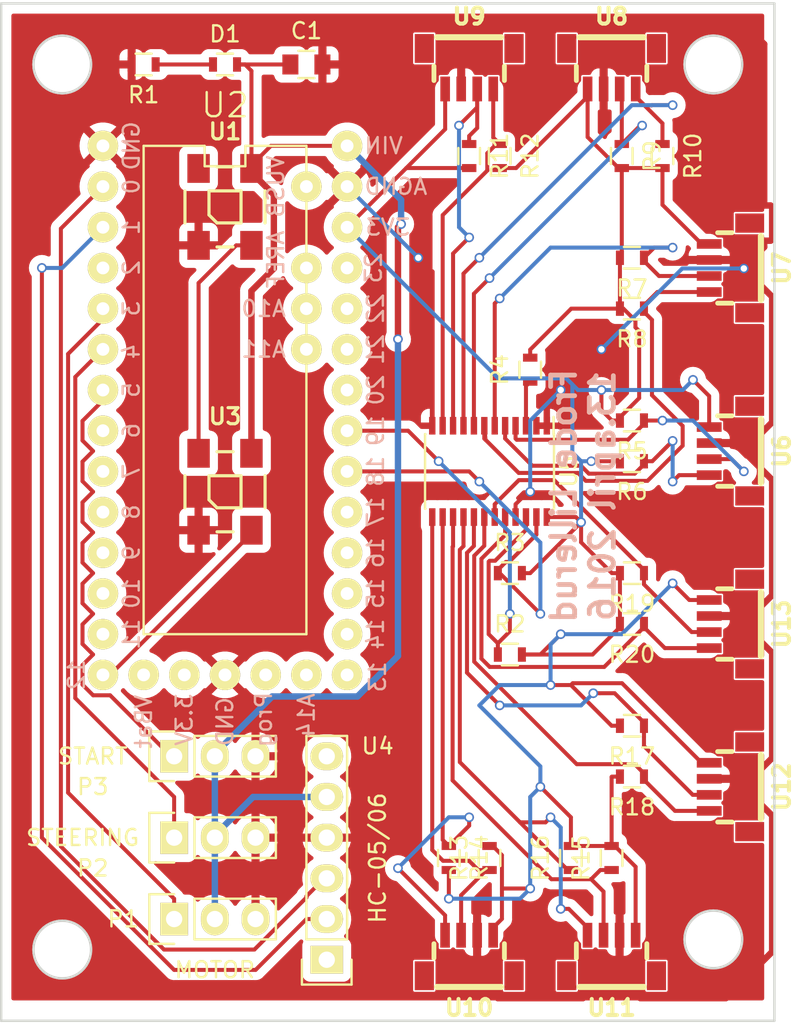
<source format=kicad_pcb>
(kicad_pcb (version 20221018) (generator pcbnew)
  (layers (0 "F.Cu" signal) (31 "B.Cu" signal) (34 "B.Paste" user) (35 "F.Paste" user) (36 "B.SilkS" user "B.Silkscreen") (37 "F.SilkS" user "F.Silkscreen") (38 "B.Mask" user) (39 "F.Mask" user) (44 "Edge.Cuts" user))
  (net 0 "")
  (net 1 "+5V")
  (net 2 "GND")
  (net 3 "Net-(D1-Pad1)")
  (net 4 "MOTOR")
  (net 5 "STEERING")
  (net 6 "STARTMODULE")
  (net 7 "Net-(R2-Pad1)")
  (net 8 "+3V3")
  (net 9 "Net-(R3-Pad1)")
  (net 10 "Net-(R4-Pad1)")
  (net 11 "Net-(R5-Pad1)")
  (net 12 "Net-(R6-Pad1)")
  (net 13 "Net-(R7-Pad1)")
  (net 14 "Net-(R8-Pad1)")
  (net 15 "Net-(R9-Pad1)")
  (net 16 "Net-(R10-Pad1)")
  (net 17 "Net-(R11-Pad1)")
  (net 18 "Net-(R12-Pad1)")
  (net 19 "Net-(R13-Pad1)")
  (net 20 "Net-(R14-Pad1)")
  (net 21 "Net-(R15-Pad1)")
  (net 22 "Net-(R16-Pad1)")
  (net 23 "Net-(R17-Pad1)")
  (net 24 "Net-(R18-Pad1)")
  (net 25 "Net-(R19-Pad1)")
  (net 26 "Net-(R20-Pad1)")
  (net 27 "Net-(U1-Pad4)")
  (net 28 "BT_TX")
  (net 29 "BT_RX")
  (net 30 "RGBLED")
  (footprint "Capacitors_SMD:C_0805" (layer "F.Cu") (at 114.3 88.9)
    (fp_text reference "C1")
    (fp_text value "0.1uF")
  )
  (footprint "Resistors_SMD:R_0603" (layer "F.Cu") (at 109.22 88.9)
    (fp_text reference "D1")
    (fp_text value "POWER")
  )
  (footprint "Pin_Headers:Pin_Header_Straight_1x03" (layer "F.Cu") (at 106.045 142.24 90)
    (fp_text reference "P1")
    (fp_text value "MOTOR")
  )
  (footprint "Pin_Headers:Pin_Header_Straight_1x03" (layer "F.Cu") (at 106.045 137.16 90)
    (fp_text reference "P2")
    (fp_text value "STEERING")
  )
  (footprint "Pin_Headers:Pin_Header_Straight_1x03" (layer "F.Cu") (at 106.045 132.08 90)
    (fp_text reference "P3")
    (fp_text value "START")
  )
  (footprint "Resistors_SMD:R_0603" (layer "F.Cu") (at 104.14 88.9 180)
    (fp_text reference "R1")
    (fp_text value "R")
  )
  (footprint "Resistors_SMD:R_0603" (layer "F.Cu") (at 127 125.73)
    (fp_text reference "R2")
    (fp_text value "2k2")
  )
  (footprint "Resistors_SMD:R_0603" (layer "F.Cu") (at 127 120.65)
    (fp_text reference "R3")
    (fp_text value "2k2")
  )
  (footprint "Resistors_SMD:R_0603" (layer "F.Cu") (at 128.27 107.95 90)
    (fp_text reference "R4")
    (fp_text value "2k2")
  )
  (footprint "Resistors_SMD:R_0603" (layer "F.Cu") (at 134.62 111.125 180)
    (fp_text reference "R5")
    (fp_text value "1k")
  )
  (footprint "Resistors_SMD:R_0603" (layer "F.Cu") (at 134.62 113.665 180)
    (fp_text reference "R6")
    (fp_text value "1k")
  )
  (footprint "Resistors_SMD:R_0603" (layer "F.Cu") (at 134.62 100.965 180)
    (fp_text reference "R7")
    (fp_text value "1k")
  )
  (footprint "Resistors_SMD:R_0603" (layer "F.Cu") (at 134.62 104.14 180)
    (fp_text reference "R8")
    (fp_text value "1k")
  )
  (footprint "Resistors_SMD:R_0603" (layer "F.Cu") (at 133.985 94.615 -90)
    (fp_text reference "R9")
    (fp_text value "1k")
  )
  (footprint "Resistors_SMD:R_0603" (layer "F.Cu") (at 136.525 94.615 -90)
    (fp_text reference "R10")
    (fp_text value "1k")
  )
  (footprint "Resistors_SMD:R_0603" (layer "F.Cu") (at 124.46 94.615 -90)
    (fp_text reference "R11")
    (fp_text value "1k")
  )
  (footprint "Resistors_SMD:R_0603" (layer "F.Cu") (at 126.365 94.615 -90)
    (fp_text reference "R12")
    (fp_text value "1k")
  )
  (footprint "Resistors_SMD:R_0603" (layer "F.Cu") (at 125.73 138.43 90)
    (fp_text reference "R13")
    (fp_text value "1k")
  )
  (footprint "Resistors_SMD:R_0603" (layer "F.Cu") (at 123.19 138.43 -90)
    (fp_text reference "R14")
    (fp_text value "1k")
  )
  (footprint "Resistors_SMD:R_0603" (layer "F.Cu") (at 133.35 138.43 90)
    (fp_text reference "R15")
    (fp_text value "1k")
  )
  (footprint "Resistors_SMD:R_0603" (layer "F.Cu") (at 130.81 138.43 90)
    (fp_text reference "R16")
    (fp_text value "1k")
  )
  (footprint "Resistors_SMD:R_0603" (layer "F.Cu") (at 134.62 130.175 180)
    (fp_text reference "R17")
    (fp_text value "1k")
  )
  (footprint "Resistors_SMD:R_0603" (layer "F.Cu") (at 134.62 133.35 180)
    (fp_text reference "R18")
    (fp_text value "1k")
  )
  (footprint "Resistors_SMD:R_0603" (layer "F.Cu") (at 134.62 120.65 180)
    (fp_text reference "R19")
    (fp_text value "1k")
  )
  (footprint "Resistors_SMD:R_0603" (layer "F.Cu") (at 134.62 123.825 180)
    (fp_text reference "R20")
    (fp_text value "1k")
  )
  (footprint "WS2812B:WS2812B" (layer "F.Cu") (at 109.22 97.79)
    (fp_text reference "U1")
    (fp_text value "WS2812B" hide)
  )
  (footprint "WS2812B:WS2812B" (layer "F.Cu") (at 109.22 115.57)
    (fp_text reference "U3")
    (fp_text value "WS2812B" hide)
  )
  (footprint "Pin_Headers:Pin_Header_Straight_1x06" (layer "F.Cu") (at 115.57 144.78 180)
    (fp_text reference "U4")
    (fp_text value "HC-05/06")
  )
  (footprint "Housings_SSOP:TSSOP-24_4.4x7.8mm_Pitch0.65mm" (layer "F.Cu") (at 125.73 114.3 -90)
    (fp_text reference "U5")
    (fp_text value "TCA9548APWR")
  )
  (footprint "JST-SH:JST-BM-04B-SRSS-TB" (layer "F.Cu") (at 140.97 113.03 -90)
    (fp_text reference "U6")
    (fp_text value "GP2Y0E02B" hide)
  )
  (footprint "JST-SH:JST-BM-04B-SRSS-TB" (layer "F.Cu") (at 140.97 101.6 -90)
    (fp_text reference "U7")
    (fp_text value "GP2Y0E02B" hide)
  )
  (footprint "JST-SH:JST-BM-04B-SRSS-TB" (layer "F.Cu") (at 133.35 88.9)
    (fp_text reference "U8")
    (fp_text value "GP2Y0E02B" hide)
  )
  (footprint "JST-SH:JST-BM-04B-SRSS-TB" (layer "F.Cu") (at 124.46 88.9)
    (fp_text reference "U9")
    (fp_text value "GP2Y0E02B" hide)
  )
  (footprint "JST-SH:JST-BM-04B-SRSS-TB" (layer "F.Cu") (at 124.46 144.78 180)
    (fp_text reference "U10")
    (fp_text value "GP2Y0E02B" hide)
  )
  (footprint "JST-SH:JST-BM-04B-SRSS-TB" (layer "F.Cu") (at 133.35 144.78 180)
    (fp_text reference "U11")
    (fp_text value "GP2Y0E02B" hide)
  )
  (footprint "JST-SH:JST-BM-04B-SRSS-TB" (layer "F.Cu") (at 140.97 133.985 -90)
    (fp_text reference "U12")
    (fp_text value "GP2Y0E02B" hide)
  )
  (footprint "JST-SH:JST-BM-04B-SRSS-TB" (layer "F.Cu") (at 140.97 123.825 -90)
    (fp_text reference "U13")
    (fp_text value "GP2Y0E02B" hide)
  )
  (footprint "NorBotKiCadFootprints:Teensy-3.1_3.2" (layer "F.Cu") (at 101.6 96.52 -90)
    (fp_text reference "U2")
    (fp_text value "Teensy31_32")
  )
  (gr_circle (center 99.06 88.9) (end 100.33 90.17) (stroke (width 0.15)) (fill none) (layer "Edge.Cuts"))
  (gr_circle (center 99.06 144.145) (end 100.33 145.415) (stroke (width 0.15)) (fill none) (layer "Edge.Cuts"))
  (gr_circle (center 139.7 143.51) (end 140.97 144.78) (stroke (width 0.15)) (fill none) (layer "Edge.Cuts"))
  (gr_line (start 143.51 85.09) (end 95.25 85.09) (stroke (width 0.15)) (layer "Edge.Cuts"))
  (gr_line (start 143.51 148.59) (end 143.51 85.09) (stroke (width 0.15)) (layer "Edge.Cuts"))
  (gr_line (start 95.25 85.09) (end 95.25 148.59) (stroke (width 0.15)) (layer "Edge.Cuts"))
  (gr_line (start 95.25 148.59) (end 143.51 148.59) (stroke (width 0.15)) (layer "Edge.Cuts"))
  (gr_circle (center 139.7 88.9) (end 140.97 90.17) (stroke (width 0.15)) (fill none) (layer "Edge.Cuts"))
  (gr_text "Frode Lillerud\n13.april 2016" (at 131.572 115.824 90) (layer "B.SilkS") (effects (font (size 1.5 1.5) (thickness 0.3)) (justify mirror)))
  (segment (start 120.015 99.06) (end 120.210167 98.864833) (width 0.4) (layer "F.Cu") (net 1))
  (segment (start 110.87 103.031998) (end 112.268 101.633998) (width 0.4) (layer "F.Cu") (net 1))
  (segment (start 109.97 88.9) (end 113.3 88.9) (width 0.25) (layer "F.Cu") (net 1))
  (segment (start 110.47 88.9) (end 109.97 88.9) (width 0.25) (layer "F.Cu") (net 1))
  (segment (start 112.08 93.98) (end 110.87 95.19) (width 0.25) (layer "F.Cu") (net 1))
  (segment (start 112.268 101.633998) (end 112.268 97.028) (width 0.4) (layer "F.Cu") (net 1))
  (segment (start 110.87 113.17) (end 110.87 103.031998) (width 0.4) (layer "F.Cu") (net 1))
  (segment (start 110.87 89.3) (end 110.47 88.9) (width 0.25) (layer "F.Cu") (net 1))
  (segment (start 110.87 95.19) (end 110.87 95.39) (width 0.25) (layer "F.Cu") (net 1))
  (segment (start 112.268 97.028) (end 110.87 95.63) (width 0.4) (layer "F.Cu") (net 1))
  (segment (start 110.87 95.39) (end 110.87 89.3) (width 0.25) (layer "F.Cu") (net 1))
  (segment (start 120.015 106.045) (end 120.015 99.06) (width 0.4) (layer "F.Cu") (net 1))
  (segment (start 110.87 95.63) (end 110.87 95.39) (width 0.4) (layer "F.Cu") (net 1))
  (segment (start 116.84 93.98) (end 112.08 93.98) (width 0.25) (layer "F.Cu") (net 1))
  (via (at 120.210167 98.864833) (size 0.6) (drill 0.4) (layers "F.Cu" "B.Cu") (net 1))
  (via (at 120.015 106.045) (size 0.6) (drill 0.4) (layers "F.Cu" "B.Cu") (net 1))
  (segment (start 108.585 137.0076) (end 108.585 137.16) (width 0.4) (layer "B.Cu") (net 1))
  (segment (start 117.488001 128.350001) (end 120.015 125.823002) (width 0.4) (layer "B.Cu") (net 1))
  (segment (start 120.210167 98.440569) (end 120.210167 98.864833) (width 0.4) (layer "B.Cu") (net 1))
  (segment (start 108.585 137.16) (end 108.585 142.24) (width 0.4) (layer "B.Cu") (net 1))
  (segment (start 120.210167 97.350167) (end 120.210167 98.440569) (width 0.4) (layer "B.Cu") (net 1))
  (segment (start 116.84 93.98) (end 120.210167 97.350167) (width 0.4) (layer "B.Cu") (net 1))
  (segment (start 108.585 132.08) (end 108.585 131.9276) (width 0.4) (layer "B.Cu") (net 1))
  (segment (start 112.162599 128.350001) (end 117.488001 128.350001) (width 0.4) (layer "B.Cu") (net 1))
  (segment (start 108.585 131.9276) (end 112.162599 128.350001) (width 0.4) (layer "B.Cu") (net 1))
  (segment (start 120.015 125.823002) (end 120.015 106.045) (width 0.4) (layer "B.Cu") (net 1))
  (segment (start 108.585 137.16) (end 108.585 132.08) (width 0.4) (layer "B.Cu") (net 1))
  (segment (start 110.9726 134.62) (end 108.585 137.0076) (width 0.4) (layer "B.Cu") (net 1))
  (segment (start 115.57 134.62) (end 110.9726 134.62) (width 0.4) (layer "B.Cu") (net 1))
  (segment (start 140.61562 112.53216) (end 139.44092 112.53216) (width 0.4) (layer "F.Cu") (net 2))
  (segment (start 143.371191 114.829639) (end 141.073712 112.53216) (width 0.4) (layer "F.Cu") (net 2))
  (segment (start 124.95784 145.879392) (end 124.95784 144.42562) (width 0.4) (layer "F.Cu") (net 2))
  (segment (start 122.155 111.45) (end 122.155 101.835) (width 0.3) (layer "F.Cu") (net 2))
  (segment (start 141.073712 133.48716) (end 140.61562 133.48716) (width 0.4) (layer "F.Cu") (net 2))
  (segment (start 140.61562 101.10216) (end 139.44092 101.10216) (width 0.4) (layer "F.Cu") (net 2))
  (segment (start 142.069392 101.10216) (end 142.875 100.296552) (width 0.4) (layer "F.Cu") (net 2))
  (segment (start 126.259639 147.181191) (end 124.95784 145.879392) (width 0.4) (layer "F.Cu") (net 2))
  (segment (start 142.069392 133.48716) (end 143.371191 132.185361) (width 0.4) (layer "F.Cu") (net 2))
  (segment (start 133.84784 145.879392) (end 135.149639 147.181191) (width 0.4) (layer "F.Cu") (net 2))
  (segment (start 130.175 109.22) (end 132.715 106.68) (width 0.25) (layer "F.Cu") (net 2))
  (segment (start 141.605 86.36) (end 135.288448 86.36) (width 0.4) (layer "F.Cu") (net 2))
  (segment (start 143.371191 125.624639) (end 141.073712 123.32716) (width 0.4) (layer "F.Cu") (net 2))
  (segment (start 143.371191 132.185361) (end 143.371191 125.624639) (width 0.4) (layer "F.Cu") (net 2))
  (segment (start 129.305 110.09) (end 129.305 111.45) (width 0.25) (layer "F.Cu") (net 2))
  (segment (start 142.069392 112.53216) (end 143.371191 111.230361) (width 0.4) (layer "F.Cu") (net 2))
  (segment (start 124.95784 144.42562) (end 124.95784 143.25092) (width 0.4) (layer "F.Cu") (net 2))
  (segment (start 139.44092 112.53216) (end 142.069392 112.53216) (width 0.4) (layer "F.Cu") (net 2))
  (segment (start 142.875 87.63) (end 141.605 86.36) (width 0.4) (layer "F.Cu") (net 2))
  (segment (start 142.875 100.296552) (end 142.875 99.900361) (width 0.4) (layer "F.Cu") (net 2))
  (segment (start 139.44092 101.10216) (end 142.069392 101.10216) (width 0.4) (layer "F.Cu") (net 2))
  (segment (start 131.550361 147.181191) (end 126.259639 147.181191) (width 0.4) (layer "F.Cu") (net 2))
  (segment (start 141.073712 123.32716) (end 140.61562 123.32716) (width 0.4) (layer "F.Cu") (net 2))
  (segment (start 140.61562 123.32716) (end 139.44092 123.32716) (width 0.4) (layer "F.Cu") (net 2))
  (segment (start 143.371191 144.283809) (end 143.371191 135.784639) (width 0.4) (layer "F.Cu") (net 2))
  (segment (start 135.149639 147.181191) (end 140.473809 147.181191) (width 0.4) (layer "F.Cu") (net 2))
  (segment (start 135.288448 86.36) (end 132.85216 88.796288) (width 0.4) (layer "F.Cu") (net 2))
  (segment (start 139.44092 123.32716) (end 142.069392 123.32716) (width 0.4) (layer "F.Cu") (net 2))
  (segment (start 143.371191 122.025361) (end 143.371191 114.829639) (width 0.4) (layer "F.Cu") (net 2))
  (segment (start 143.371191 99.800361) (end 143.371191 97.801479) (width 0.4) (layer "F.Cu") (net 2))
  (segment (start 133.84784 144.883712) (end 131.550361 147.181191) (width 0.4) (layer "F.Cu") (net 2))
  (segment (start 127.355 117.15) (end 127.355 116.35) (width 0.25) (layer "F.Cu") (net 2))
  (segment (start 133.84784 143.25092) (end 133.84784 145.879392) (width 0.4) (layer "F.Cu") (net 2))
  (segment (start 143.371191 97.801479) (end 143.271191 97.701479) (width 0.4) (layer "F.Cu") (net 2))
  (segment (start 142.069392 123.32716) (end 143.371191 122.025361) (width 0.4) (layer "F.Cu") (net 2))
  (segment (start 122.155 101.835) (end 121.285 100.965) (width 0.25) (layer "F.Cu") (net 2))
  (segment (start 141.605 101.633448) (end 141.073712 101.10216) (width 0.4) (layer "F.Cu") (net 2))
  (segment (start 140.473809 147.181191) (end 143.371191 144.283809) (width 0.4) (layer "F.Cu") (net 2))
  (segment (start 141.073712 112.53216) (end 140.61562 112.53216) (width 0.4) (layer "F.Cu") (net 2))
  (segment (start 143.371191 111.230361) (end 143.371191 103.399639) (width 0.4) (layer "F.Cu") (net 2))
  (segment (start 141.073712 101.10216) (end 140.61562 101.10216) (width 0.4) (layer "F.Cu") (net 2))
  (segment (start 142.875 99.900361) (end 143.271191 99.900361) (width 0.4) (layer "F.Cu") (net 2))
  (segment (start 143.271191 97.701479) (end 142.875 97.701479) (width 0.4) (layer "F.Cu") (net 2))
  (segment (start 132.85216 88.796288) (end 132.85216 89.25438) (width 0.4) (layer "F.Cu") (net 2))
  (segment (start 132.85216 89.25438) (end 132.85216 90.42908) (width 0.4) (layer "F.Cu") (net 2))
  (segment (start 129.305 111.45) (end 128.705001 111.45) (width 0.4) (layer "F.Cu") (net 2))
  (segment (start 143.271191 99.900361) (end 143.371191 99.800361) (width 0.4) (layer "F.Cu") (net 2))
  (segment (start 133.84784 143.25092) (end 133.84784 144.883712) (width 0.4) (layer "F.Cu") (net 2))
  (segment (start 130.175 109.22) (end 129.305 110.09) (width 0.25) (layer "F.Cu") (net 2))
  (segment (start 143.371191 103.399639) (end 141.605 101.633448) (width 0.4) (layer "F.Cu") (net 2))
  (segment (start 142.875 97.701479) (end 142.875 87.63) (width 0.4) (layer "F.Cu") (net 2))
  (segment (start 143.371191 135.784639) (end 141.073712 133.48716) (width 0.4) (layer "F.Cu") (net 2))
  (segment (start 139.44092 133.48716) (end 142.069392 133.48716) (width 0.4) (layer "F.Cu") (net 2))
  (segment (start 140.61562 133.48716) (end 139.44092 133.48716) (width 0.4) (layer "F.Cu") (net 2))
  (segment (start 127.355 116.35) (end 128.135 115.57) (width 0.25) (layer "F.Cu") (net 2))
  (segment (start 128.135 115.57) (end 128.27 115.57) (width 0.25) (layer "F.Cu") (net 2))
  (via (at 130.175 109.22) (size 0.6) (drill 0.4) (layers "F.Cu" "B.Cu") (net 2))
  (via (at 121.285 100.965) (size 0.6) (drill 0.4) (layers "F.Cu" "B.Cu") (net 2))
  (via (at 132.715 106.68) (size 0.6) (drill 0.4) (layers "F.Cu" "B.Cu") (net 2))
  (via (at 128.27 115.57) (size 0.6) (drill 0.4) (layers "F.Cu" "B.Cu") (net 2))
  (via (at 141.605 101.633448) (size 0.6) (drill 0.4) (layers "F.Cu" "B.Cu") (net 2))
  (segment (start 128.27 111.125) (end 130.175 109.22) (width 0.25) (layer "B.Cu") (net 2))
  (segment (start 128.27 115.57) (end 128.27 111.125) (width 0.25) (layer "B.Cu") (net 2))
  (segment (start 121.285 100.965) (end 116.84 96.52) (width 0.25) (layer "B.Cu") (net 2))
  (segment (start 137.761552 101.633448) (end 141.605 101.633448) (width 0.25) (layer "B.Cu") (net 2))
  (segment (start 132.715 106.68) (end 137.761552 101.633448) (width 0.25) (layer "B.Cu") (net 2))
  (segment (start 104.89 88.9) (end 108.47 88.9) (width 0.25) (layer "F.Cu") (net 3))
  (segment (start 106.045 142.24) (end 106.045 142.0876) (width 0.25) (layer "F.Cu") (net 4))
  (segment (start 101.6 104.792998) (end 101.6 104.14) (width 0.25) (layer "F.Cu") (net 4))
  (segment (start 106.045 140.974) (end 99.424978 134.353977) (width 0.25) (layer "F.Cu") (net 4))
  (segment (start 99.42498 106.968018) (end 101.6 104.792998) (width 0.25) (layer "F.Cu") (net 4))
  (segment (start 99.424978 134.353977) (end 99.42498 106.968018) (width 0.25) (layer "F.Cu") (net 4))
  (segment (start 106.045 142.24) (end 106.045 140.974) (width 0.25) (layer "F.Cu") (net 4))
  (segment (start 99.874988 128.448576) (end 99.874988 108.405012) (width 0.25) (layer "F.Cu") (net 5))
  (segment (start 101.6 107.332998) (end 101.6 106.68) (width 0.25) (layer "F.Cu") (net 5))
  (segment (start 100.650001 107.629999) (end 101.6 106.68) (width 0.25) (layer "F.Cu") (net 5))
  (segment (start 106.045 137.16) (end 106.045 134.618588) (width 0.25) (layer "F.Cu") (net 5))
  (segment (start 99.874988 108.405012) (end 100.650001 107.629999) (width 0.25) (layer "F.Cu") (net 5))
  (segment (start 106.045 134.618588) (end 99.874988 128.448576) (width 0.25) (layer "F.Cu") (net 5))
  (segment (start 100.982998 125.73) (end 100.324999 125.072001) (width 0.25) (layer "F.Cu") (net 6))
  (segment (start 100.982998 115.57) (end 100.324999 114.912001) (width 0.25) (layer "F.Cu") (net 6))
  (segment (start 100.324999 121.307999) (end 100.982998 120.65) (width 0.25) (layer "F.Cu") (net 6))
  (segment (start 100.324999 125.072001) (end 100.324999 123.847999) (width 0.25) (layer "F.Cu") (net 6))
  (segment (start 100.324999 118.767999) (end 100.982998 118.11) (width 0.25) (layer "F.Cu") (net 6))
  (segment (start 100.324999 127.612001) (end 100.324999 126.387999) (width 0.25) (layer "F.Cu") (net 6))
  (segment (start 105.85501 132.08) (end 102.050011 128.275001) (width 0.25) (layer "F.Cu") (net 6))
  (segment (start 100.324999 117.452001) (end 100.324999 116.227999) (width 0.25) (layer "F.Cu") (net 6))
  (segment (start 100.987999 128.275001) (end 100.324999 127.612001) (width 0.25) (layer "F.Cu") (net 6))
  (segment (start 102.050011 128.275001) (end 100.987999 128.275001) (width 0.25) (layer "F.Cu") (net 6))
  (segment (start 101.6 109.872998) (end 101.6 109.22) (width 0.25) (layer "F.Cu") (net 6))
  (segment (start 100.324999 112.372001) (end 100.324999 111.147999) (width 0.25) (layer "F.Cu") (net 6))
  (segment (start 100.324999 111.147999) (end 101.6 109.872998) (width 0.25) (layer "F.Cu") (net 6))
  (segment (start 100.324999 116.227999) (end 100.982998 115.57) (width 0.25) (layer "F.Cu") (net 6))
  (segment (start 100.324999 114.912001) (end 100.324999 113.687999) (width 0.25) (layer "F.Cu") (net 6))
  (segment (start 100.982998 123.19) (end 100.324999 122.532001) (width 0.25) (layer "F.Cu") (net 6))
  (segment (start 100.324999 119.992001) (end 100.324999 118.767999) (width 0.25) (layer "F.Cu") (net 6))
  (segment (start 100.324999 113.687999) (end 100.982998 113.03) (width 0.25) (layer "F.Cu") (net 6))
  (segment (start 100.324999 122.532001) (end 100.324999 121.307999) (width 0.25) (layer "F.Cu") (net 6))
  (segment (start 106.045 132.08) (end 105.85501 132.08) (width 0.25) (layer "F.Cu") (net 6))
  (segment (start 100.324999 126.387999) (end 100.982998 125.73) (width 0.25) (layer "F.Cu") (net 6))
  (segment (start 100.982998 118.11) (end 100.324999 117.452001) (width 0.25) (layer "F.Cu") (net 6))
  (segment (start 100.982998 120.65) (end 100.324999 119.992001) (width 0.25) (layer "F.Cu") (net 6))
  (segment (start 100.982998 113.03) (end 100.324999 112.372001) (width 0.25) (layer "F.Cu") (net 6))
  (segment (start 100.324999 123.847999) (end 100.982998 123.19) (width 0.25) (layer "F.Cu") (net 6))
  (segment (start 125.674999 124.454999) (end 126.25 125.03) (width 0.25) (layer "F.Cu") (net 7))
  (segment (start 126.25 125.03) (end 126.25 125.73) (width 0.25) (layer "F.Cu") (net 7))
  (segment (start 127 124.28) (end 126.25 125.03) (width 0.25) (layer "F.Cu") (net 7))
  (segment (start 125.739999 119.874999) (end 125.674999 119.939999) (width 0.25) (layer "F.Cu") (net 7))
  (segment (start 125.674999 119.939999) (end 125.674999 124.454999) (width 0.25) (layer "F.Cu") (net 7))
  (segment (start 126.080001 119.874999) (end 125.739999 119.874999) (width 0.25) (layer "F.Cu") (net 7))
  (segment (start 120.65 111.76) (end 122.555 113.665) (width 0.25) (layer "F.Cu") (net 7))
  (segment (start 116.84 111.76) (end 120.65 111.76) (width 0.25) (layer "F.Cu") (net 7))
  (segment (start 127 123.19) (end 127 124.28) (width 0.25) (layer "F.Cu") (net 7))
  (segment (start 128.005 117.95) (end 126.080001 119.874999) (width 0.25) (layer "F.Cu") (net 7))
  (segment (start 128.005 117.15) (end 128.005 117.95) (width 0.25) (layer "F.Cu") (net 7))
  (via (at 122.555 113.665) (size 0.6) (drill 0.4) (layers "F.Cu" "B.Cu") (net 7))
  (via (at 127 123.19) (size 0.6) (drill 0.4) (layers "F.Cu" "B.Cu") (net 7))
  (segment (start 122.555 113.665) (end 127 118.11) (width 0.25) (layer "B.Cu") (net 7))
  (segment (start 127 118.11) (end 127 123.19) (width 0.25) (layer "B.Cu") (net 7))
  (segment (start 133.785 95.365) (end 133.985 95.365) (width 0.25) (layer "F.Cu") (net 8))
  (segment (start 136.525 97.66046) (end 138.96594 100.1014) (width 0.25) (layer "F.Cu") (net 8))
  (segment (start 127.39046 95.365) (end 131.8514 90.90406) (width 0.25) (layer "F.Cu") (net 8))
  (segment (start 128.27 120.65) (end 131.445 117.475) (width 0.25) (layer "F.Cu") (net 8))
  (segment (start 122.9614 90.42908) (end 122.9614 92.9386) (width 0.25) (layer "F.Cu") (net 8))
  (segment (start 131.12 117.15) (end 131.445 117.475) (width 0.25) (layer "F.Cu") (net 8))
  (segment (start 130.81 137.68) (end 130.81 135.89) (width 0.25) (layer "F.Cu") (net 8))
  (segment (start 128.27 140.335) (end 126.505001 140.335) (width 0.25) (layer "F.Cu") (net 8))
  (segment (start 127.75 120.65) (end 128.27 120.65) (width 0.25) (layer "F.Cu") (net 8))
  (segment (start 133.87 113.665) (end 132.08 113.665) (width 0.25) (layer "F.Cu") (net 8))
  (segment (start 126.365 95.365) (end 127.39046 95.365) (width 0.25) (layer "F.Cu") (net 8))
  (segment (start 131.445 117.475) (end 131.445 118.725) (width 0.25) (layer "F.Cu") (net 8))
  (segment (start 130.175 124.46) (end 128.905 125.73) (width 0.25) (layer "F.Cu") (net 8))
  (segment (start 134.000083 127.520543) (end 130.924457 127.520543) (width 0.25) (layer "F.Cu") (net 8))
  (segment (start 134.838205 104.893207) (end 134.838205 105.308205) (width 0.25) (layer "F.Cu") (net 8))
  (segment (start 133.87 104.14) (end 134.084998 104.14) (width 0.25) (layer "F.Cu") (net 8))
  (segment (start 130.81 127.635) (end 133.35 130.175) (width 0.25) (layer "F.Cu") (net 8))
  (segment (start 133.55 137.68) (end 133.35 137.68) (width 0.25) (layer "F.Cu") (net 8))
  (segment (start 133.87 110.925) (end 133.87 111.125) (width 0.25) (layer "F.Cu") (net 8))
  (segment (start 133.985 95.365) (end 133.985 100.85) (width 0.25) (layer "F.Cu") (net 8))
  (segment (start 134.838205 105.308205) (end 135.070011 105.540011) (width 0.25) (layer "F.Cu") (net 8))
  (segment (start 131.8514 90.42908) (end 131.8514 93.4314) (width 0.25) (layer "F.Cu") (net 8))
  (segment (start 127.75 125.73) (end 132.165 125.73) (width 0.25) (layer "F.Cu") (net 8))
  (segment (start 139.44092 132.4864) (end 138.96594 132.4864) (width 0.25) (layer "F.Cu") (net 8))
  (segment (start 134.084998 104.14) (end 134.838205 104.893207) (width 0.25) (layer "F.Cu") (net 8))
  (segment (start 134.8486 143.25092) (end 134.8486 138.9786) (width 0.25) (layer "F.Cu") (net 8))
  (segment (start 130.81 127.635) (end 129.54 127.635) (width 0.25) (layer "F.Cu") (net 8))
  (segment (start 129.305 117.15) (end 131.12 117.15) (width 0.25) (layer "F.Cu") (net 8))
  (segment (start 132.715 109.22) (end 132.715 110.47) (width 0.25) (layer "F.Cu") (net 8))
  (segment (start 133.35 137.68) (end 130.81 137.68) (width 0.25) (layer "F.Cu") (net 8))
  (segment (start 133.87 100.965) (end 133.87 104.14) (width 0.25) (layer "F.Cu") (net 8))
  (segment (start 131.8514 93.4314) (end 133.785 95.365) (width 0.25) (layer "F.Cu") (net 8))
  (segment (start 123.19 139.18) (end 123.19 140.97) (width 0.25) (layer "F.Cu") (net 8))
  (segment (start 139.44092 122.3264) (end 138.2014 122.3264) (width 0.25) (layer "F.Cu") (net 8))
  (segment (start 133.985 100.85) (end 133.87 100.965) (width 0.25) (layer "F.Cu") (net 8))
  (segment (start 132.715 110.47) (end 133.37 111.125) (width 0.25) (layer "F.Cu") (net 8))
  (segment (start 133.37 120.65) (end 133.87 120.65) (width 0.25) (layer "F.Cu") (net 8))
  (segment (start 133.87 124.025) (end 133.87 123.825) (width 0.25) (layer "F.Cu") (net 8))
  (segment (start 126.505001 142.229539) (end 126.505001 140.335) (width 0.25) (layer "F.Cu") (net 8))
  (segment (start 128.27 106.7) (end 128.27 107.2) (width 0.25) (layer "F.Cu") (net 8))
  (segment (start 128.905 125.73) (end 127.75 125.73) (width 0.25) (layer "F.Cu") (net 8))
  (segment (start 130.924457 127.520543) (end 130.81 127.635) (width 0.25) (layer "F.Cu") (net 8))
  (segment (start 133.35 130.175) (end 133.87 130.175) (width 0.25) (layer "F.Cu") (net 8))
  (segment (start 139.44092 109.59592) (end 138.43 108.585) (width 0.25) (layer "F.Cu") (net 8))
  (segment (start 120.535 95.365) (end 116.84 99.06) (width 0.25) (layer "F.Cu") (net 8))
  (segment (start 135.070011 105.540011) (end 135.070011 109.724989) (width 0.25) (layer "F.Cu") (net 8))
  (segment (start 131.8514 90.90406) (end 131.8514 90.42908) (width 0.25) (layer "F.Cu") (net 8))
  (segment (start 135.070011 109.724989) (end 133.87 110.925) (width 0.25) (layer "F.Cu") (net 8))
  (segment (start 126.505001 140.335) (end 126.505001 138.255001) (width 0.25) (layer "F.Cu") (net 8))
  (segment (start 130.81 135.89) (end 128.905 133.985) (width 0.25) (layer "F.Cu") (net 8))
  (segment (start 138.96594 132.4864) (end 134.000083 127.520543) (width 0.25) (layer "F.Cu") (net 8))
  (segment (start 133.37 111.125) (end 133.87 111.125) (width 0.25) (layer "F.Cu") (net 8))
  (segment (start 122.9614 92.9386) (end 120.535 95.365) (width 0.25) (layer "F.Cu") (net 8))
  (segment (start 133.985 95.365) (end 136.525 95.365) (width 0.25) (layer "F.Cu") (net 8))
  (segment (start 133.37 133.35) (end 133.87 133.35) (width 0.25) (layer "F.Cu") (net 8))
  (segment (start 131.445 118.725) (end 133.37 120.65) (width 0.25) (layer "F.Cu") (net 8))
  (segment (start 132.165 125.73) (end 133.87 124.025) (width 0.25) (layer "F.Cu") (net 8))
  (segment (start 125.9586 143.25092) (end 125.9586 142.77594) (width 0.25) (layer "F.Cu") (net 8))
  (segment (start 130.83 104.14) (end 128.27 106.7) (width 0.25) (layer "F.Cu") (net 8))
  (segment (start 133.35 137.68) (end 133.35 133.37) (width 0.25) (layer "F.Cu") (net 8))
  (segment (start 136.525 95.365) (end 136.525 97.66046) (width 0.25) (layer "F.Cu") (net 8))
  (segment (start 138.2014 122.3264) (end 137.16 121.285) (width 0.25) (layer "F.Cu") (net 8))
  (segment (start 126.505001 138.255001) (end 125.93 137.68) (width 0.25) (layer "F.Cu") (net 8))
  (segment (start 139.44092 111.5314) (end 139.44092 109.59592) (width 0.25) (layer "F.Cu") (net 8))
  (segment (start 124.46 95.365) (end 120.535 95.365) (width 0.25) (layer "F.Cu") (net 8))
  (segment (start 133.35 133.37) (end 133.37 133.35) (width 0.25) (layer "F.Cu") (net 8))
  (segment (start 138.96594 100.1014) (end 139.44092 100.1014) (width 0.25) (layer "F.Cu") (net 8))
  (segment (start 133.87 123.825) (end 133.87 120.65) (width 0.25) (layer "F.Cu") (net 8))
  (segment (start 125.93 137.68) (end 125.73 137.68) (width 0.25) (layer "F.Cu") (net 8))
  (segment (start 133.87 104.14) (end 130.83 104.14) (width 0.25) (layer "F.Cu") (net 8))
  (segment (start 125.9586 142.77594) (end 126.505001 142.229539) (width 0.25) (layer "F.Cu") (net 8))
  (segment (start 134.8486 138.9786) (end 133.55 137.68) (width 0.25) (layer "F.Cu") (net 8))
  (via (at 128.905 133.985) (size 0.6) (drill 0.4) (layers "F.Cu" "B.Cu") (net 8))
  (via (at 123.19 140.97) (size 0.6) (drill 0.4) (layers "F.Cu" "B.Cu") (net 8))
  (via (at 132.08 113.665) (size 0.6) (drill 0.4) (layers "F.Cu" "B.Cu") (net 8))
  (via (at 132.715 109.22) (size 0.6) (drill 0.4) (layers "F.Cu" "B.Cu") (net 8))
  (via (at 137.16 121.285) (size 0.6) (drill 0.4) (layers "F.Cu" "B.Cu") (net 8))
  (via (at 129.54 127.635) (size 0.6) (drill 0.4) (layers "F.Cu" "B.Cu") (net 8))
  (via (at 131.445 117.475) (size 0.6) (drill 0.4) (layers "F.Cu" "B.Cu") (net 8))
  (via (at 130.175 124.46) (size 0.6) (drill 0.4) (layers "F.Cu" "B.Cu") (net 8))
  (via (at 138.43 108.585) (size 0.6) (drill 0.4) (layers "F.Cu" "B.Cu") (net 8))
  (via (at 128.27 140.335) (size 0.6) (drill 0.4) (layers "F.Cu" "B.Cu") (net 8))
  (segment (start 117.789999 100.009999) (end 116.84 99.06) (width 0.25) (layer "B.Cu") (net 8))
  (segment (start 126.274998 108.494998) (end 117.789999 100.009999) (width 0.25) (layer "B.Cu") (net 8))
  (segment (start 130.900002 113.120002) (end 130.900002 108.871998) (width 0.25) (layer "B.Cu") (net 8))
  (segment (start 123.19 140.97) (end 127.635 140.97) (width 0.25) (layer "B.Cu") (net 8))
  (segment (start 132.715 109.22) (end 131.248004 109.22) (width 0.25) (layer "B.Cu") (net 8))
  (segment (start 128.905 133.985) (end 128.27 134.62) (width 0.25) (layer "B.Cu") (net 8))
  (segment (start 133.985 124.46) (end 130.175 124.46) (width 0.25) (layer "B.Cu") (net 8))
  (segment (start 130.523002 108.494998) (end 126.274998 108.494998) (width 0.25) (layer "B.Cu") (net 8))
  (segment (start 130.900002 108.871998) (end 130.523002 108.494998) (width 0.25) (layer "B.Cu") (net 8))
  (segment (start 131.248004 109.22) (end 130.523002 108.494998) (width 0.25) (layer "B.Cu") (net 8))
  (segment (start 132.08 113.665) (end 131.445 113.665) (width 0.25) (layer "B.Cu") (net 8))
  (segment (start 137.795 109.22) (end 132.715 109.22) (width 0.25) (layer "B.Cu") (net 8))
  (segment (start 128.905 133.985) (end 128.905 132.715) (width 0.25) (layer "B.Cu") (net 8))
  (segment (start 138.43 108.585) (end 137.795 109.22) (width 0.25) (layer "B.Cu") (net 8))
  (segment (start 126.365 127.635) (end 129.54 127.635) (width 0.25) (layer "B.Cu") (net 8))
  (segment (start 129.54 127.635) (end 129.54 125.095) (width 0.25) (layer "B.Cu") (net 8))
  (segment (start 127.635 140.97) (end 128.27 140.335) (width 0.25) (layer "B.Cu") (net 8))
  (segment (start 125.095 128.905) (end 126.365 127.635) (width 0.25) (layer "B.Cu") (net 8))
  (segment (start 131.445 117.475) (end 131.445 113.665) (width 0.25) (layer "B.Cu") (net 8))
  (segment (start 137.16 121.285) (end 133.985 124.46) (width 0.25) (layer "B.Cu") (net 8))
  (segment (start 131.445 113.665) (end 130.900002 113.120002) (width 0.25) (layer "B.Cu") (net 8))
  (segment (start 128.905 132.715) (end 125.095 128.905) (width 0.25) (layer "B.Cu") (net 8))
  (segment (start 129.54 125.095) (end 130.175 124.46) (width 0.25) (layer "B.Cu") (net 8))
  (segment (start 128.27 134.62) (end 128.27 140.335) (width 0.25) (layer "B.Cu") (net 8))
  (segment (start 128.905 123.19) (end 126.365 120.65) (width 0.25) (layer "F.Cu") (net 9))
  (segment (start 128.655 118.245) (end 126.95 119.95) (width 0.25) (layer "F.Cu") (net 9))
  (segment (start 124.46 114.3) (end 125.095 114.935) (width 0.25) (layer "F.Cu") (net 9))
  (segment (start 116.84 114.3) (end 124.46 114.3) (width 0.25) (layer "F.Cu") (net 9))
  (segment (start 128.655 117.15) (end 128.655 118.245) (width 0.25) (layer "F.Cu") (net 9))
  (segment (start 126.75 119.95) (end 126.25 120.45) (width 0.25) (layer "F.Cu") (net 9))
  (segment (start 126.25 120.45) (end 126.25 120.65) (width 0.25) (layer "F.Cu") (net 9))
  (segment (start 126.95 119.95) (end 126.75 119.95) (width 0.25) (layer "F.Cu") (net 9))
  (segment (start 126.365 120.65) (end 126.25 120.65) (width 0.25) (layer "F.Cu") (net 9))
  (via (at 128.905 123.19) (size 0.6) (drill 0.4) (layers "F.Cu" "B.Cu") (net 9))
  (via (at 125.095 114.935) (size 0.6) (drill 0.4) (layers "F.Cu" "B.Cu") (net 9))
  (segment (start 125.095 114.935) (end 128.905 118.745) (width 0.25) (layer "B.Cu") (net 9))
  (segment (start 128.905 118.745) (end 128.905 123.19) (width 0.25) (layer "B.Cu") (net 9))
  (segment (start 128.005 111.45) (end 128.005 108.965) (width 0.25) (layer "F.Cu") (net 10))
  (segment (start 128.005 108.965) (end 128.27 108.7) (width 0.25) (layer "F.Cu") (net 10))
  (segment (start 136.525 111.125) (end 135.37 111.125) (width 0.25) (layer "F.Cu") (net 11))
  (segment (start 127.355 112.25) (end 127.430001 112.325001) (width 0.25) (layer "F.Cu") (net 11))
  (segment (start 127.430001 112.325001) (end 134.369999 112.325001) (width 0.25) (layer "F.Cu") (net 11))
  (segment (start 134.369999 112.325001) (end 135.37 111.325) (width 0.25) (layer "F.Cu") (net 11))
  (segment (start 135.37 111.325) (end 135.37 111.125) (width 0.25) (layer "F.Cu") (net 11))
  (segment (start 127.355 111.45) (end 127.355 112.25) (width 0.25) (layer "F.Cu") (net 11))
  (segment (start 139.44092 113.53292) (end 140.83792 113.53292) (width 0.25) (layer "F.Cu") (net 11))
  (segment (start 140.83792 113.53292) (end 141.305001 114.000001) (width 0.25) (layer "F.Cu") (net 11))
  (segment (start 141.305001 114.000001) (end 141.605 114.3) (width 0.25) (layer "F.Cu") (net 11))
  (via (at 141.605 114.3) (size 0.6) (drill 0.4) (layers "F.Cu" "B.Cu") (net 11))
  (via (at 136.525 111.125) (size 0.6) (drill 0.4) (layers "F.Cu" "B.Cu") (net 11))
  (segment (start 136.525 111.125) (end 138.43 111.125) (width 0.25) (layer "B.Cu") (net 11))
  (segment (start 141.305001 114.000001) (end 141.605 114.3) (width 0.25) (layer "B.Cu") (net 11))
  (segment (start 138.43 111.125) (end 141.305001 114.000001) (width 0.25) (layer "B.Cu") (net 11))
  (segment (start 135.89 113.665) (end 136.860001 112.694999) (width 0.25) (layer "F.Cu") (net 12))
  (segment (start 135.37 113.865) (end 135.37 113.665) (width 0.25) (layer "F.Cu") (net 12))
  (segment (start 137.159982 112.395018) (end 137.159982 112.395) (width 0.25) (layer "F.Cu") (net 12))
  (segment (start 126.705 111.45) (end 126.705 112.25) (width 0.25) (layer "F.Cu") (net 12))
  (segment (start 137.56132 114.53368) (end 137.16 114.935) (width 0.25) (layer "F.Cu") (net 12))
  (segment (start 128.399976 113.944976) (end 131.434974 113.944976) (width 0.25) (layer "F.Cu") (net 12))
  (segment (start 136.41 113.145) (end 136.860001 112.694999) (width 0.25) (layer "F.Cu") (net 12))
  (segment (start 131.929999 114.440001) (end 134.794999 114.440001) (width 0.25) (layer "F.Cu") (net 12))
  (segment (start 136.860001 112.694999) (end 137.159982 112.395018) (width 0.25) (layer "F.Cu") (net 12))
  (segment (start 135.37 113.665) (end 135.89 113.665) (width 0.25) (layer "F.Cu") (net 12))
  (segment (start 131.434974 113.944976) (end 131.929999 114.440001) (width 0.25) (layer "F.Cu") (net 12))
  (segment (start 126.705 112.25) (end 128.399976 113.944976) (width 0.25) (layer "F.Cu") (net 12))
  (segment (start 134.794999 114.440001) (end 135.37 113.865) (width 0.25) (layer "F.Cu") (net 12))
  (segment (start 139.44092 114.53368) (end 137.56132 114.53368) (width 0.25) (layer "F.Cu") (net 12))
  (via (at 137.16 114.935) (size 0.6) (drill 0.4) (layers "F.Cu" "B.Cu") (net 12))
  (via (at 137.159982 112.395) (size 0.6) (drill 0.4) (layers "F.Cu" "B.Cu") (net 12))
  (segment (start 137.16 114.935) (end 137.16 112.395018) (width 0.25) (layer "B.Cu") (net 12))
  (segment (start 137.16 112.395018) (end 137.159982 112.395) (width 0.25) (layer "B.Cu") (net 12))
  (segment (start 135.37 101.165) (end 135.37 100.965) (width 0.25) (layer "F.Cu") (net 13))
  (segment (start 139.44092 102.10292) (end 136.30792 102.10292) (width 0.25) (layer "F.Cu") (net 13))
  (segment (start 137.16 100.33) (end 136.005 100.33) (width 0.25) (layer "F.Cu") (net 13))
  (segment (start 136.005 100.33) (end 135.37 100.965) (width 0.25) (layer "F.Cu") (net 13))
  (segment (start 136.30792 102.10292) (end 135.37 101.165) (width 0.25) (layer "F.Cu") (net 13))
  (segment (start 126.055 103.815) (end 126.365 103.505) (width 0.25) (layer "F.Cu") (net 13))
  (segment (start 126.055 111.45) (end 126.055 103.815) (width 0.25) (layer "F.Cu") (net 13))
  (via (at 137.16 100.33) (size 0.6) (drill 0.4) (layers "F.Cu" "B.Cu") (net 13))
  (via (at 126.365 103.505) (size 0.6) (drill 0.4) (layers "F.Cu" "B.Cu") (net 13))
  (segment (start 126.365 103.505) (end 129.54 100.33) (width 0.25) (layer "B.Cu") (net 13))
  (segment (start 129.54 100.33) (end 137.16 100.33) (width 0.25) (layer "B.Cu") (net 13))
  (segment (start 131.248574 114.394987) (end 131.743599 114.890012) (width 0.25) (layer "F.Cu") (net 14))
  (segment (start 135.87 109.544998) (end 135.87 104.84) (width 0.25) (layer "F.Cu") (net 14))
  (segment (start 127.549987 114.394987) (end 131.248574 114.394987) (width 0.25) (layer "F.Cu") (net 14))
  (segment (start 139.44092 103.10368) (end 136.20632 103.10368) (width 0.25) (layer "F.Cu") (net 14))
  (segment (start 135.37 103.94) (end 135.37 104.14) (width 0.25) (layer "F.Cu") (net 14))
  (segment (start 125.480001 112.325001) (end 125.405 111.45) (width 0.25) (layer "F.Cu") (net 14))
  (segment (start 137.78502 111.460018) (end 135.87 109.544998) (width 0.25) (layer "F.Cu") (net 14))
  (segment (start 135.37 104.34) (end 135.37 104.14) (width 0.25) (layer "F.Cu") (net 14))
  (segment (start 135.87 104.84) (end 135.37 104.34) (width 0.25) (layer "F.Cu") (net 14))
  (segment (start 135.59001 114.890012) (end 137.78502 112.695002) (width 0.25) (layer "F.Cu") (net 14))
  (segment (start 137.78502 112.695002) (end 137.78502 111.460018) (width 0.25) (layer "F.Cu") (net 14))
  (segment (start 136.20632 103.10368) (end 135.37 103.94) (width 0.25) (layer "F.Cu") (net 14))
  (segment (start 125.405 112.25) (end 125.480001 112.325001) (width 0.25) (layer "F.Cu") (net 14))
  (segment (start 125.480001 112.325001) (end 127.549987 114.394987) (width 0.25) (layer "F.Cu") (net 14))
  (segment (start 131.743599 114.890012) (end 135.59001 114.890012) (width 0.25) (layer "F.Cu") (net 14))
  (segment (start 125.405 111.45) (end 125.405 112.25) (width 0.25) (layer "F.Cu") (net 14))
  (segment (start 135.255 92.71) (end 135.14 92.71) (width 0.25) (layer "F.Cu") (net 15))
  (segment (start 135.14 92.71) (end 133.985 93.865) (width 0.25) (layer "F.Cu") (net 15))
  (segment (start 133.985 90.56116) (end 133.85292 90.42908) (width 0.25) (layer "F.Cu") (net 15))
  (segment (start 124.755 103.21) (end 125.73 102.235) (width 0.25) (layer "F.Cu") (net 15))
  (segment (start 133.985 93.865) (end 133.985 90.56116) (width 0.25) (layer "F.Cu") (net 15))
  (segment (start 124.755 111.45) (end 124.755 103.21) (width 0.25) (layer "F.Cu") (net 15))
  (via (at 135.255 92.71) (size 0.6) (drill 0.4) (layers "F.Cu" "B.Cu") (net 15))
  (via (at 125.73 102.235) (size 0.6) (drill 0.4) (layers "F.Cu" "B.Cu") (net 15))
  (segment (start 125.73 102.235) (end 135.255 92.71) (width 0.25) (layer "B.Cu") (net 15))
  (segment (start 124.105 111.45) (end 124.105 101.955) (width 0.25) (layer "F.Cu") (net 16))
  (segment (start 135.4034 91.45378) (end 134.85368 90.90406) (width 0.25) (layer "F.Cu") (net 16))
  (segment (start 135.8646 91.44) (end 135.85082 91.45378) (width 0.25) (layer "F.Cu") (net 16))
  (segment (start 134.85368 90.90406) (end 136.525 92.57538) (width 0.25) (layer "F.Cu") (net 16))
  (segment (start 136.525 92.57538) (end 136.525 93.865) (width 0.25) (layer "F.Cu") (net 16))
  (segment (start 135.85082 91.45378) (end 135.4034 91.45378) (width 0.25) (layer "F.Cu") (net 16))
  (segment (start 124.105 101.955) (end 125.095 100.965) (width 0.25) (layer "F.Cu") (net 16))
  (segment (start 134.85368 90.42908) (end 134.85368 90.90406) (width 0.25) (layer "F.Cu") (net 16))
  (segment (start 137.16 91.44) (end 135.8646 91.44) (width 0.25) (layer "F.Cu") (net 16))
  (via (at 125.095 100.965) (size 0.6) (drill 0.4) (layers "F.Cu" "B.Cu") (net 16))
  (via (at 137.16 91.44) (size 0.6) (drill 0.4) (layers "F.Cu" "B.Cu") (net 16))
  (segment (start 125.095 100.965) (end 134.62 91.44) (width 0.25) (layer "B.Cu") (net 16))
  (segment (start 134.62 91.44) (end 137.16 91.44) (width 0.25) (layer "B.Cu") (net 16))
  (segment (start 124.96292 91.57208) (end 124.96292 90.42908) (width 0.25) (layer "F.Cu") (net 17))
  (segment (start 123.455 100.7) (end 124.46 99.695) (width 0.25) (layer "F.Cu") (net 17))
  (segment (start 123.455 111.45) (end 123.455 100.7) (width 0.25) (layer "F.Cu") (net 17))
  (segment (start 124.46 93.365) (end 124.96292 92.86208) (width 0.25) (layer "F.Cu") (net 17))
  (segment (start 123.825 92.71) (end 124.96292 91.57208) (width 0.25) (layer "F.Cu") (net 17))
  (segment (start 124.46 93.865) (end 124.46 93.365) (width 0.25) (layer "F.Cu") (net 17))
  (segment (start 124.96292 92.86208) (end 124.96292 90.42908) (width 0.25) (layer "F.Cu") (net 17))
  (via (at 124.46 99.695) (size 0.6) (drill 0.4) (layers "F.Cu" "B.Cu") (net 17))
  (via (at 123.825 92.71) (size 0.6) (drill 0.4) (layers "F.Cu" "B.Cu") (net 17))
  (segment (start 124.46 99.695) (end 123.825 99.06) (width 0.25) (layer "B.Cu") (net 17))
  (segment (start 123.825 99.06) (end 123.825 92.71) (width 0.25) (layer "B.Cu") (net 17))
  (segment (start 125.589999 94.440001) (end 126.165 93.865) (width 0.25) (layer "F.Cu") (net 18))
  (segment (start 126.165 93.865) (end 126.365 93.865) (width 0.25) (layer "F.Cu") (net 18))
  (segment (start 125.589999 95.520003) (end 125.589999 94.440001) (width 0.25) (layer "F.Cu") (net 18))
  (segment (start 122.805 111.45) (end 122.805 98.305002) (width 0.25) (layer "F.Cu") (net 18))
  (segment (start 125.96368 93.46368) (end 126.365 93.865) (width 0.25) (layer "F.Cu") (net 18))
  (segment (start 122.805 98.305002) (end 125.589999 95.520003) (width 0.25) (layer "F.Cu") (net 18))
  (segment (start 125.96368 90.42908) (end 125.96368 93.46368) (width 0.25) (layer "F.Cu") (net 18))
  (segment (start 122.829997 138.604999) (end 124.454999 138.604999) (width 0.25) (layer "F.Cu") (net 19))
  (segment (start 124.454999 138.604999) (end 125.03 139.18) (width 0.25) (layer "F.Cu") (net 19))
  (segment (start 122.155 137.930002) (end 122.829997 138.604999) (width 0.25) (layer "F.Cu") (net 19))
  (segment (start 123.95708 140.75292) (end 125.53 139.18) (width 0.25) (layer "F.Cu") (net 19))
  (segment (start 125.03 139.18) (end 125.73 139.18) (width 0.25) (layer "F.Cu") (net 19))
  (segment (start 125.53 139.18) (end 125.73 139.18) (width 0.25) (layer "F.Cu") (net 19))
  (segment (start 122.155 117.15) (end 122.155 137.930002) (width 0.25) (layer "F.Cu") (net 19))
  (segment (start 123.95708 143.25092) (end 123.95708 140.75292) (width 0.25) (layer "F.Cu") (net 19))
  (segment (start 124.46 135.89) (end 124.46 136.41) (width 0.25) (layer "F.Cu") (net 20))
  (segment (start 122.805 137.295) (end 123.19 137.68) (width 0.25) (layer "F.Cu") (net 20))
  (segment (start 122.95632 142.00632) (end 120.015 139.065) (width 0.25) (layer "F.Cu") (net 20))
  (segment (start 122.805 117.15) (end 122.805 137.295) (width 0.25) (layer "F.Cu") (net 20))
  (segment (start 124.46 136.41) (end 123.19 137.68) (width 0.25) (layer "F.Cu") (net 20))
  (segment (start 122.95632 143.25092) (end 122.95632 142.00632) (width 0.25) (layer "F.Cu") (net 20))
  (via (at 124.46 135.89) (size 0.6) (drill 0.4) (layers "F.Cu" "B.Cu") (net 20))
  (via (at 120.015 139.065) (size 0.6) (drill 0.4) (layers "F.Cu" "B.Cu") (net 20))
  (segment (start 123.19 135.89) (end 124.46 135.89) (width 0.25) (layer "B.Cu") (net 20))
  (segment (start 120.015 139.065) (end 123.19 135.89) (width 0.25) (layer "B.Cu") (net 20))
  (segment (start 129.595001 139.755001) (end 132.074999 139.755001) (width 0.25) (layer "F.Cu") (net 21))
  (segment (start 123.424944 133.584944) (end 129.595001 139.755001) (width 0.25) (layer "F.Cu") (net 21))
  (segment (start 123.424944 119.007999) (end 123.424944 133.584944) (width 0.25) (layer "F.Cu") (net 21))
  (segment (start 123.455 117.15) (end 123.455 118.977943) (width 0.25) (layer "F.Cu") (net 21))
  (segment (start 132.84708 140.527082) (end 132.074999 139.755001) (width 0.25) (layer "F.Cu") (net 21))
  (segment (start 132.65 139.18) (end 133.35 139.18) (width 0.25) (layer "F.Cu") (net 21))
  (segment (start 132.074999 139.755001) (end 132.65 139.18) (width 0.25) (layer "F.Cu") (net 21))
  (segment (start 132.84708 143.25092) (end 132.84708 140.527082) (width 0.25) (layer "F.Cu") (net 21))
  (segment (start 123.455 118.977943) (end 123.424944 119.007999) (width 0.25) (layer "F.Cu") (net 21))
  (segment (start 131.84632 143.25092) (end 131.84632 142.77594) (width 0.25) (layer "F.Cu") (net 22))
  (segment (start 127.635 136.205) (end 130.61 139.18) (width 0.25) (layer "F.Cu") (net 22))
  (segment (start 129.54 135.89) (end 129.225 136.205) (width 0.25) (layer "F.Cu") (net 22))
  (segment (start 129.225 136.205) (end 127.635 136.205) (width 0.25) (layer "F.Cu") (net 22))
  (segment (start 130.61 139.18) (end 130.81 139.18) (width 0.25) (layer "F.Cu") (net 22))
  (segment (start 130.67538 141.605) (end 130.175 141.605) (width 0.25) (layer "F.Cu") (net 22))
  (segment (start 131.84632 142.77594) (end 130.67538 141.605) (width 0.25) (layer "F.Cu") (net 22))
  (segment (start 123.874955 132.444955) (end 127.635 136.205) (width 0.25) (layer "F.Cu") (net 22))
  (segment (start 123.874955 119.194399) (end 123.874955 132.444955) (width 0.25) (layer "F.Cu") (net 22))
  (segment (start 124.105 117.15) (end 124.105 118.964354) (width 0.25) (layer "F.Cu") (net 22))
  (segment (start 124.105 118.964354) (end 123.874955 119.194399) (width 0.25) (layer "F.Cu") (net 22))
  (via (at 130.175 141.605) (size 0.6) (drill 0.4) (layers "F.Cu" "B.Cu") (net 22))
  (via (at 129.54 135.89) (size 0.6) (drill 0.4) (layers "F.Cu" "B.Cu") (net 22))
  (segment (start 130.175 141.605) (end 130.175 136.525) (width 0.25) (layer "B.Cu") (net 22))
  (segment (start 130.175 136.525) (end 129.54 135.89) (width 0.25) (layer "B.Cu") (net 22))
  (segment (start 135.37 131.4417) (end 135.37 130.875) (width 0.25) (layer "F.Cu") (net 23))
  (segment (start 124.755 117.15) (end 124.755 118.950765) (width 0.25) (layer "F.Cu") (net 23))
  (segment (start 135.37 129.975) (end 133.540544 128.145544) (width 0.25) (layer "F.Cu") (net 23))
  (segment (start 135.37 130.875) (end 135.37 130.175) (width 0.25) (layer "F.Cu") (net 23))
  (segment (start 133.540544 128.145544) (end 132.62872 128.145544) (width 0.25) (layer "F.Cu") (net 23))
  (segment (start 138.41622 134.48792) (end 135.37 131.4417) (width 0.25) (layer "F.Cu") (net 23))
  (segment (start 124.755 118.950765) (end 124.324966 119.380799) (width 0.25) (layer "F.Cu") (net 23))
  (segment (start 132.62872 128.145544) (end 132.204456 128.145544) (width 0.25) (layer "F.Cu") (net 23))
  (segment (start 135.37 130.175) (end 135.37 129.975) (width 0.25) (layer "F.Cu") (net 23))
  (segment (start 124.324966 126.864966) (end 126.365 128.905) (width 0.25) (layer "F.Cu") (net 23))
  (segment (start 124.324966 119.380799) (end 124.324966 126.864966) (width 0.25) (layer "F.Cu") (net 23))
  (segment (start 139.44092 134.48792) (end 138.41622 134.48792) (width 0.25) (layer "F.Cu") (net 23))
  (via (at 126.365 128.905) (size 0.6) (drill 0.4) (layers "F.Cu" "B.Cu") (net 23))
  (via (at 132.204456 128.145544) (size 0.6) (drill 0.4) (layers "F.Cu" "B.Cu") (net 23))
  (segment (start 131.904457 128.445543) (end 132.204456 128.145544) (width 0.25) (layer "B.Cu") (net 23))
  (segment (start 126.365 128.905) (end 131.445 128.905) (width 0.25) (layer "B.Cu") (net 23))
  (segment (start 131.445 128.905) (end 131.904457 128.445543) (width 0.25) (layer "B.Cu") (net 23))
  (segment (start 137.30868 135.48868) (end 135.37 133.55) (width 0.25) (layer "F.Cu") (net 24))
  (segment (start 125.405 118.937176) (end 124.774977 119.567199) (width 0.25) (layer "F.Cu") (net 24))
  (segment (start 124.774977 119.567199) (end 124.774977 126.17639) (width 0.25) (layer "F.Cu") (net 24))
  (segment (start 134.794999 132.574999) (end 135.37 133.15) (width 0.25) (layer "F.Cu") (net 24))
  (segment (start 139.44092 135.48868) (end 137.30868 135.48868) (width 0.25) (layer "F.Cu") (net 24))
  (segment (start 125.405 117.15) (end 125.405 118.937176) (width 0.25) (layer "F.Cu") (net 24))
  (segment (start 124.774977 126.17639) (end 131.173586 132.574999) (width 0.25) (layer "F.Cu") (net 24))
  (segment (start 135.37 133.15) (end 135.37 133.35) (width 0.25) (layer "F.Cu") (net 24))
  (segment (start 135.37 133.55) (end 135.37 133.35) (width 0.25) (layer "F.Cu") (net 24))
  (segment (start 131.173586 132.574999) (end 134.794999 132.574999) (width 0.25) (layer "F.Cu") (net 24))
  (segment (start 135.37 120.45) (end 135.37 120.65) (width 0.25) (layer "F.Cu") (net 25))
  (segment (start 139.44092 124.32792) (end 138.34792 124.32792) (width 0.25) (layer "F.Cu") (net 25))
  (segment (start 127.560002 114.844998) (end 129.764998 114.844998) (width 0.25) (layer "F.Cu") (net 25))
  (segment (start 129.764998 114.844998) (end 135.37 120.45) (width 0.25) (layer "F.Cu") (net 25))
  (segment (start 138.34792 124.32792) (end 135.37 121.35) (width 0.25) (layer "F.Cu") (net 25))
  (segment (start 126.055 117.15) (end 126.055 116.35) (width 0.25) (layer "F.Cu") (net 25))
  (segment (start 126.055 116.35) (end 127.560002 114.844998) (width 0.25) (layer "F.Cu") (net 25))
  (segment (start 135.37 121.35) (end 135.37 120.65) (width 0.25) (layer "F.Cu") (net 25))
  (segment (start 125.224988 119.753599) (end 125.224988 125.98999) (width 0.25) (layer "F.Cu") (net 26))
  (segment (start 139.44092 125.32868) (end 136.67368 125.32868) (width 0.25) (layer "F.Cu") (net 26))
  (segment (start 125.224988 125.98999) (end 125.739999 126.505001) (width 0.25) (layer "F.Cu") (net 26))
  (segment (start 125.739999 126.505001) (end 132.889999 126.505001) (width 0.25) (layer "F.Cu") (net 26))
  (segment (start 126.705 118.273587) (end 125.224988 119.753599) (width 0.25) (layer "F.Cu") (net 26))
  (segment (start 132.889999 126.505001) (end 135.37 124.025) (width 0.25) (layer "F.Cu") (net 26))
  (segment (start 136.67368 125.32868) (end 135.37 124.025) (width 0.25) (layer "F.Cu") (net 26))
  (segment (start 135.37 124.025) (end 135.37 123.825) (width 0.25) (layer "F.Cu") (net 26))
  (segment (start 126.705 117.15) (end 126.705 118.273587) (width 0.25) (layer "F.Cu") (net 26))
  (segment (start 107.57 102.54) (end 109.92 100.19) (width 0.25) (layer "F.Cu") (net 27))
  (segment (start 109.92 100.19) (end 110.87 100.19) (width 0.25) (layer "F.Cu") (net 27))
  (segment (start 107.57 113.17) (end 107.57 102.54) (width 0.25) (layer "F.Cu") (net 27))
  (segment (start 98.974967 99.145033) (end 100.650001 97.469999) (width 0.25) (layer "F.Cu") (net 28))
  (segment (start 115.4176 139.7) (end 114.304 140.8136) (width 0.25) (layer "F.Cu") (net 28))
  (segment (start 115.57 139.7) (end 115.4176 139.7) (width 0.25) (layer "F.Cu") (net 28))
  (segment (start 111.053348 144.145) (end 105.41141 144.145) (width 0.25) (layer "F.Cu") (net 28))
  (segment (start 105.41141 144.145) (end 98.974967 137.708557) (width 0.25) (layer "F.Cu") (net 28))
  (segment (start 100.650001 97.469999) (end 101.6 96.52) (width 0.25) (layer "F.Cu") (net 28))
  (segment (start 114.304 140.894348) (end 111.053348 144.145) (width 0.25) (layer "F.Cu") (net 28))
  (segment (start 114.304 140.8136) (end 114.304 140.894348) (width 0.25) (layer "F.Cu") (net 28))
  (segment (start 98.974967 137.708557) (end 98.974967 99.145033) (width 0.25) (layer "F.Cu") (net 28))
  (segment (start 115.57 142.24) (end 114.304 142.24) (width 0.25) (layer "F.Cu") (net 29))
  (segment (start 97.79 137.16) (end 97.79 101.6) (width 0.25) (layer "F.Cu") (net 29))
  (segment (start 114.304 142.24) (end 111.129 145.415) (width 0.25) (layer "F.Cu") (net 29))
  (segment (start 111.129 145.415) (end 106.045 145.415) (width 0.25) (layer "F.Cu") (net 29))
  (segment (start 106.045 145.415) (end 97.79 137.16) (width 0.25) (layer "F.Cu") (net 29))
  (via (at 97.79 101.6) (size 0.6) (drill 0.4) (layers "F.Cu" "B.Cu") (net 29))
  (segment (start 99.06 101.6) (end 101.6 99.06) (width 0.25) (layer "B.Cu") (net 29))
  (segment (start 97.79 101.6) (end 99.06 101.6) (width 0.25) (layer "B.Cu") (net 29))
  (segment (start 110.87 118.17) (end 102.04 127) (width 0.25) (layer "F.Cu") (net 30))
  (segment (start 110.87 117.97) (end 110.87 118.17) (width 0.25) (layer "F.Cu") (net 30))
  (segment (start 102.04 127) (end 101.6 127) (width 0.25) (layer "F.Cu") (net 30))
  (zone (net 2) (net_name "GND") (layer "F.Cu") (connect_pads (clearance 0.508)) (min_thickness 0.254) (fill yes (thermal_gap 0.508) (thermal_bridge_width 0.508))
    (polygon (pts (xy 95.885 85.725) (xy 142.875 85.725) (xy 142.875 147.32) (xy 95.885 147.32)))
  )
)
</source>
